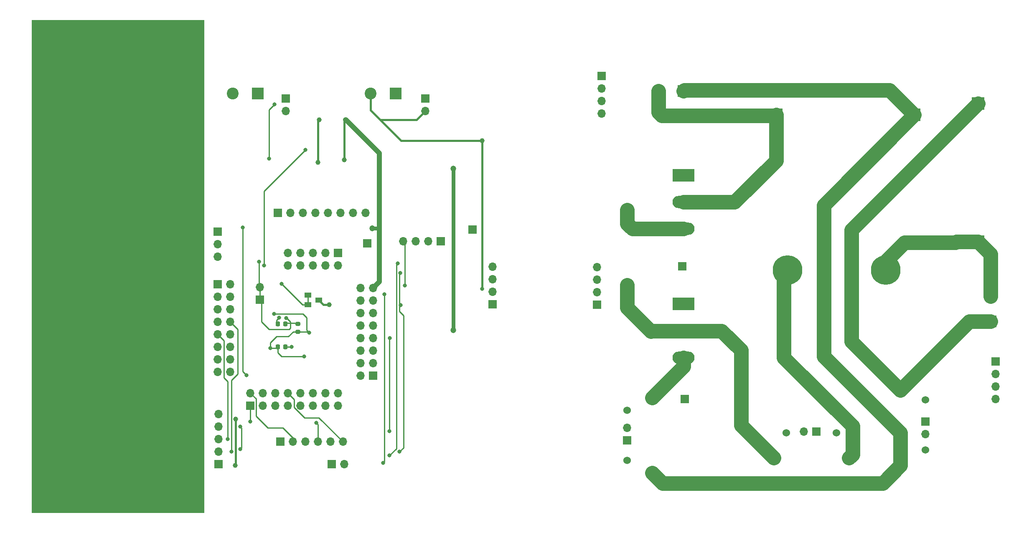
<source format=gbr>
%TF.GenerationSoftware,KiCad,Pcbnew,7.0.9*%
%TF.CreationDate,2023-12-08T00:16:34+01:00*%
%TF.ProjectId,SMPS_V1,534d5053-5f56-4312-9e6b-696361645f70,rev?*%
%TF.SameCoordinates,Original*%
%TF.FileFunction,Copper,L2,Bot*%
%TF.FilePolarity,Positive*%
%FSLAX46Y46*%
G04 Gerber Fmt 4.6, Leading zero omitted, Abs format (unit mm)*
G04 Created by KiCad (PCBNEW 7.0.9) date 2023-12-08 00:16:34*
%MOMM*%
%LPD*%
G01*
G04 APERTURE LIST*
G04 Aperture macros list*
%AMRoundRect*
0 Rectangle with rounded corners*
0 $1 Rounding radius*
0 $2 $3 $4 $5 $6 $7 $8 $9 X,Y pos of 4 corners*
0 Add a 4 corners polygon primitive as box body*
4,1,4,$2,$3,$4,$5,$6,$7,$8,$9,$2,$3,0*
0 Add four circle primitives for the rounded corners*
1,1,$1+$1,$2,$3*
1,1,$1+$1,$4,$5*
1,1,$1+$1,$6,$7*
1,1,$1+$1,$8,$9*
0 Add four rect primitives between the rounded corners*
20,1,$1+$1,$2,$3,$4,$5,0*
20,1,$1+$1,$4,$5,$6,$7,0*
20,1,$1+$1,$6,$7,$8,$9,0*
20,1,$1+$1,$8,$9,$2,$3,0*%
G04 Aperture macros list end*
%TA.AperFunction,ComponentPad*%
%ADD10R,1.700000X1.700000*%
%TD*%
%TA.AperFunction,ComponentPad*%
%ADD11O,1.700000X1.700000*%
%TD*%
%TA.AperFunction,ComponentPad*%
%ADD12R,4.500000X2.500000*%
%TD*%
%TA.AperFunction,ComponentPad*%
%ADD13O,4.500000X2.500000*%
%TD*%
%TA.AperFunction,SMDPad,CuDef*%
%ADD14R,0.460000X0.950000*%
%TD*%
%TA.AperFunction,SMDPad,CuDef*%
%ADD15R,2.420000X5.080000*%
%TD*%
%TA.AperFunction,ComponentPad*%
%ADD16C,0.970000*%
%TD*%
%TA.AperFunction,ComponentPad*%
%ADD17C,2.400000*%
%TD*%
%TA.AperFunction,ComponentPad*%
%ADD18C,1.524000*%
%TD*%
%TA.AperFunction,ComponentPad*%
%ADD19O,2.400000X2.400000*%
%TD*%
%TA.AperFunction,ComponentPad*%
%ADD20R,2.500000X2.500000*%
%TD*%
%TA.AperFunction,ComponentPad*%
%ADD21R,2.400000X2.400000*%
%TD*%
%TA.AperFunction,ComponentPad*%
%ADD22C,6.000000*%
%TD*%
%TA.AperFunction,ComponentPad*%
%ADD23C,2.800000*%
%TD*%
%TA.AperFunction,ComponentPad*%
%ADD24O,2.800000X2.800000*%
%TD*%
%TA.AperFunction,SMDPad,CuDef*%
%ADD25RoundRect,0.225000X-0.225000X-0.250000X0.225000X-0.250000X0.225000X0.250000X-0.225000X0.250000X0*%
%TD*%
%TA.AperFunction,SMDPad,CuDef*%
%ADD26R,1.400000X1.000000*%
%TD*%
%TA.AperFunction,SMDPad,CuDef*%
%ADD27RoundRect,0.200000X0.275000X-0.200000X0.275000X0.200000X-0.275000X0.200000X-0.275000X-0.200000X0*%
%TD*%
%TA.AperFunction,ViaPad*%
%ADD28C,0.800000*%
%TD*%
%TA.AperFunction,ViaPad*%
%ADD29C,1.200000*%
%TD*%
%TA.AperFunction,ViaPad*%
%ADD30C,1.000000*%
%TD*%
%TA.AperFunction,Conductor*%
%ADD31C,0.250000*%
%TD*%
%TA.AperFunction,Conductor*%
%ADD32C,3.000000*%
%TD*%
%TA.AperFunction,Conductor*%
%ADD33C,0.750000*%
%TD*%
%TA.AperFunction,Conductor*%
%ADD34C,0.400000*%
%TD*%
%TA.AperFunction,Conductor*%
%ADD35C,1.000000*%
%TD*%
G04 APERTURE END LIST*
D10*
%TO.P,J25,1,Pin_1*%
%TO.N,Net-(J18-Pin_1)*%
X163364200Y-92670800D03*
D11*
%TO.P,J25,2,Pin_2*%
%TO.N,Net-(J24-Pin_2)*%
X163364200Y-90130800D03*
%TO.P,J25,3,Pin_3*%
%TO.N,Net-(J17-Pin_1)*%
X163364200Y-87590800D03*
%TO.P,J25,4,Pin_4*%
%TO.N,Net-(J24-Pin_4)*%
X163364200Y-85050800D03*
%TD*%
D10*
%TO.P,J24,1,Pin_1*%
%TO.N,Net-(J18-Pin_1)*%
X184554000Y-92731600D03*
D11*
%TO.P,J24,2,Pin_2*%
%TO.N,Net-(J24-Pin_2)*%
X184554000Y-90191600D03*
%TO.P,J24,3,Pin_3*%
%TO.N,Net-(J17-Pin_1)*%
X184554000Y-87651600D03*
%TO.P,J24,4,Pin_4*%
%TO.N,Net-(J24-Pin_4)*%
X184554000Y-85111600D03*
%TD*%
D12*
%TO.P,Q4,1,G*%
%TO.N,Net-(Q4-G)*%
X202080000Y-92630000D03*
D13*
%TO.P,Q4,2,D*%
%TO.N,Net-(Q4-D)*%
X202080000Y-98080000D03*
%TO.P,Q4,3,S*%
%TO.N,Net-(J18-Pin_1)*%
X202080000Y-103530000D03*
%TD*%
D12*
%TO.P,Q3,1,G*%
%TO.N,Net-(Q3-G)*%
X202080000Y-66490000D03*
D13*
%TO.P,Q3,2,D*%
%TO.N,V400_IN*%
X202080000Y-71940000D03*
%TO.P,Q3,3,S*%
%TO.N,Net-(J17-Pin_1)*%
X202080000Y-77390000D03*
%TD*%
D10*
%TO.P,J12,1,Pin_1*%
%TO.N,Net-(J12-Pin_1)*%
X152900000Y-79900000D03*
D11*
%TO.P,J12,2,Pin_2*%
%TO.N,Net-(J12-Pin_2)*%
X150360000Y-79900000D03*
%TO.P,J12,3,Pin_3*%
%TO.N,Net-(J12-Pin_3)*%
X147820000Y-79900000D03*
%TO.P,J12,4,Pin_4*%
%TO.N,Net-(J12-Pin_4)*%
X145280000Y-79900000D03*
%TD*%
D14*
%TO.P,J32,2,Ext*%
%TO.N,/GND_S*%
X91630000Y-128940000D03*
D15*
X91630000Y-131930000D03*
D16*
X91630000Y-128490000D03*
D15*
X82870000Y-131930000D03*
D14*
X82870000Y-128940000D03*
D16*
X82870000Y-128490000D03*
%TD*%
D14*
%TO.P,J31,2,Ext*%
%TO.N,/GND_S*%
X82917000Y-92050000D03*
D15*
X82917000Y-89060000D03*
D16*
X82917000Y-92500000D03*
D15*
X91677000Y-89060000D03*
D14*
X91677000Y-92050000D03*
D16*
X91677000Y-92500000D03*
%TD*%
D14*
%TO.P,J30,2,Ext*%
%TO.N,/GND_S*%
X91677000Y-77930000D03*
D15*
X91677000Y-80920000D03*
D16*
X91677000Y-77480000D03*
D15*
X82917000Y-80920000D03*
D14*
X82917000Y-77930000D03*
D16*
X82917000Y-77480000D03*
%TD*%
D14*
%TO.P,J29,2,Ext*%
%TO.N,/GND_S*%
X82870000Y-41060000D03*
D15*
X82870000Y-38070000D03*
D16*
X82870000Y-41510000D03*
D15*
X91630000Y-38070000D03*
D14*
X91630000Y-41060000D03*
D16*
X91630000Y-41510000D03*
%TD*%
D10*
%TO.P,J18,1,Pin_1*%
%TO.N,Net-(J18-Pin_1)*%
X202334000Y-111934000D03*
%TD*%
D17*
%TO.P,R15,1,1*%
%TO.N,GND_P*%
X195758500Y-126920000D03*
D18*
%TO.P,R15,2,2*%
%TO.N,Net-(J19-Pin_1)*%
X190678500Y-124380000D03*
%TO.P,R15,3,3*%
%TO.N,Net-(J19-Pin_2)*%
X190678500Y-114220000D03*
D19*
%TO.P,R15,4,4*%
%TO.N,Net-(J18-Pin_1)*%
X195758500Y-111680000D03*
%TD*%
D10*
%TO.P,J26,1,Pin_1*%
%TO.N,GND_D*%
X121511200Y-50923200D03*
D11*
%TO.P,J26,2,Pin_2*%
%TO.N,VCC5_IN*%
X121511200Y-53463200D03*
%TD*%
D20*
%TO.P,C13,2*%
%TO.N,Out_G*%
X261800000Y-51990000D03*
%TO.P,C13,1*%
%TO.N,Out*%
X261800000Y-79990000D03*
%TD*%
D10*
%TO.P,J5,1,Pin_1*%
%TO.N,GND_A*%
X116250000Y-91770000D03*
D11*
%TO.P,J5,2,Pin_2*%
X116250000Y-89230000D03*
%TD*%
D10*
%TO.P,J19,1,Pin_1*%
%TO.N,Net-(J19-Pin_1)*%
X190650000Y-120316000D03*
D11*
%TO.P,J19,2,Pin_2*%
%TO.N,Net-(J19-Pin_2)*%
X190650000Y-117776000D03*
%TD*%
D10*
%TO.P,J4,1,Pin_1*%
%TO.N,Net-(J4-Pin_1)*%
X119874000Y-74101000D03*
D11*
%TO.P,J4,2,Pin_2*%
%TO.N,Net-(J4-Pin_2)*%
X122414000Y-74101000D03*
%TO.P,J4,3,Pin_3*%
%TO.N,Net-(J4-Pin_3)*%
X124954000Y-74101000D03*
%TO.P,J4,4,Pin_4*%
%TO.N,Net-(J4-Pin_4)*%
X127494000Y-74101000D03*
%TO.P,J4,5,Pin_5*%
%TO.N,Net-(J4-Pin_5)*%
X130034000Y-74101000D03*
%TO.P,J4,6,Pin_6*%
%TO.N,Net-(J4-Pin_6)*%
X132574000Y-74101000D03*
%TO.P,J4,7,Pin_7*%
%TO.N,Net-(J4-Pin_7)*%
X135114000Y-74101000D03*
%TO.P,J4,8,Pin_8*%
%TO.N,Net-(J4-Pin_8)*%
X137654000Y-74101000D03*
%TD*%
D21*
%TO.P,J16,1,1*%
%TO.N,GND_P*%
X202080000Y-49450000D03*
D17*
%TO.P,J16,2,2*%
%TO.N,V400_IN*%
X197000000Y-49450000D03*
%TD*%
D10*
%TO.P,J1,1,Pin_1*%
%TO.N,/PB10*%
X107682000Y-77911000D03*
D11*
%TO.P,J1,2,Pin_2*%
%TO.N,GND_D*%
X107682000Y-80451000D03*
%TO.P,J1,3,Pin_3*%
X107682000Y-82991000D03*
%TD*%
D10*
%TO.P,J2,1,Pin_1*%
%TO.N,/PB11*%
X107682000Y-88579000D03*
D11*
%TO.P,J2,2,Pin_2*%
%TO.N,/PB12*%
X110222000Y-88579000D03*
%TO.P,J2,3,Pin_3*%
%TO.N,/PB13*%
X107682000Y-91119000D03*
%TO.P,J2,4,Pin_4*%
%TO.N,/PB14*%
X110222000Y-91119000D03*
%TO.P,J2,5,Pin_5*%
%TO.N,/PB15*%
X107682000Y-93659000D03*
%TO.P,J2,6,Pin_6*%
%TO.N,/PC6*%
X110222000Y-93659000D03*
%TO.P,J2,7,Pin_7*%
%TO.N,/PC7*%
X107682000Y-96199000D03*
%TO.P,J2,8,Pin_8*%
%TO.N,/PC8*%
X110222000Y-96199000D03*
%TO.P,J2,9,Pin_9*%
%TO.N,/PC9*%
X107682000Y-98739000D03*
%TO.P,J2,10,Pin_10*%
%TO.N,/PA8*%
X110222000Y-98739000D03*
%TO.P,J2,11,Pin_11*%
%TO.N,/PA9*%
X107682000Y-101279000D03*
%TO.P,J2,12,Pin_12*%
%TO.N,/PA10*%
X110222000Y-101279000D03*
%TO.P,J2,13,Pin_13*%
%TO.N,/PA11*%
X107682000Y-103819000D03*
%TO.P,J2,14,Pin_14*%
%TO.N,/PA12*%
X110222000Y-103819000D03*
%TO.P,J2,15,Pin_15*%
%TO.N,GND_D*%
X107682000Y-106359000D03*
%TO.P,J2,16,Pin_16*%
X110222000Y-106359000D03*
%TD*%
D22*
%TO.P,L1,1,1*%
%TO.N,Net-(L1-Pad1)*%
X223118000Y-85772000D03*
%TO.P,L1,2,2*%
%TO.N,Out*%
X243018000Y-85772000D03*
%TD*%
D10*
%TO.P,J14,1,Pin_1*%
%TO.N,Net-(D1-K)*%
X159320200Y-77542400D03*
%TD*%
%TO.P,J8,1,Pin_1*%
%TO.N,VCC3_D*%
X120382000Y-120570000D03*
D11*
%TO.P,J8,2,Pin_2*%
%TO.N,SWCLK*%
X122922000Y-120570000D03*
%TO.P,J8,3,Pin_3*%
%TO.N,GND_D*%
X125462000Y-120570000D03*
%TO.P,J8,4,Pin_4*%
%TO.N,SWDIO*%
X128002000Y-120570000D03*
%TO.P,J8,5,Pin_5*%
%TO.N,NRST*%
X130542000Y-120570000D03*
%TO.P,J8,6,Pin_6*%
%TO.N,SWO*%
X133082000Y-120570000D03*
%TD*%
D10*
%TO.P,J10,1,Pin_1*%
%TO.N,GND_D*%
X107800000Y-125130000D03*
D11*
%TO.P,J10,2,Pin_2*%
%TO.N,/PC8*%
X107800000Y-122590000D03*
%TO.P,J10,3,Pin_3*%
%TO.N,/PC9*%
X107800000Y-120050000D03*
%TO.P,J10,4,Pin_4*%
%TO.N,VCC3_D*%
X107800000Y-117510000D03*
%TO.P,J10,5,Pin_5*%
%TO.N,VCC5_D*%
X107800000Y-114970000D03*
%TD*%
D17*
%TO.P,R16,1,1*%
%TO.N,Net-(Q4-D)*%
X220368000Y-123872000D03*
D18*
%TO.P,R16,2,2*%
%TO.N,Net-(J20-Pin_2)*%
X222908000Y-118792000D03*
%TO.P,R16,3,3*%
%TO.N,Net-(J20-Pin_1)*%
X233068000Y-118792000D03*
D19*
%TO.P,R16,4,4*%
%TO.N,Net-(L1-Pad1)*%
X235608000Y-123872000D03*
%TD*%
D10*
%TO.P,J13,1,Pin_1*%
%TO.N,Net-(J13-Pin_1)*%
X139178000Y-107121000D03*
D11*
%TO.P,J13,2,Pin_2*%
%TO.N,/PC13*%
X136638000Y-107121000D03*
%TO.P,J13,3,Pin_3*%
%TO.N,/PC14*%
X139178000Y-104581000D03*
%TO.P,J13,4,Pin_4*%
%TO.N,/PC15*%
X136638000Y-104581000D03*
%TO.P,J13,5,Pin_5*%
%TO.N,/PF0*%
X139178000Y-102041000D03*
%TO.P,J13,6,Pin_6*%
%TO.N,/PF1*%
X136638000Y-102041000D03*
%TO.P,J13,7,Pin_7*%
%TO.N,NRST*%
X139178000Y-99501000D03*
%TO.P,J13,8,Pin_8*%
%TO.N,/PC0*%
X136638000Y-99501000D03*
%TO.P,J13,9,Pin_9*%
%TO.N,/PC1*%
X139178000Y-96961000D03*
%TO.P,J13,10,Pin_10*%
%TO.N,/PC2*%
X136638000Y-96961000D03*
%TO.P,J13,11,Pin_11*%
%TO.N,/PC3*%
X139178000Y-94421000D03*
%TO.P,J13,12,Pin_12*%
%TO.N,/PA0*%
X136638000Y-94421000D03*
%TO.P,J13,13,Pin_13*%
%TO.N,/PA1*%
X139178000Y-91881000D03*
%TO.P,J13,14,Pin_14*%
%TO.N,STLINK_RX*%
X136638000Y-91881000D03*
%TO.P,J13,15,Pin_15*%
%TO.N,GND_D*%
X139178000Y-89341000D03*
%TO.P,J13,16,Pin_16*%
X136638000Y-89341000D03*
%TD*%
D21*
%TO.P,J11,1,1*%
%TO.N,GND_D*%
X143750000Y-49912500D03*
D17*
%TO.P,J11,2,2*%
%TO.N,VCC12_IN*%
X138670000Y-49912500D03*
%TD*%
D10*
%TO.P,J28,1,Pin_1*%
%TO.N,Net-(J28-Pin_1)*%
X137986792Y-80331208D03*
%TD*%
%TO.P,J22,1,Pin_1*%
%TO.N,Out_G*%
X265326000Y-104314000D03*
D11*
%TO.P,J22,2,Pin_2*%
%TO.N,Net-(J22-Pin_2)*%
X265326000Y-106854000D03*
%TO.P,J22,3,Pin_3*%
%TO.N,Net-(J22-Pin_3)*%
X265326000Y-109394000D03*
%TO.P,J22,4,Pin_4*%
%TO.N,Net-(J22-Pin_4)*%
X265326000Y-111934000D03*
%TD*%
D10*
%TO.P,J9,1,Pin_1*%
%TO.N,STLINK_TX*%
X130796000Y-125142000D03*
D11*
%TO.P,J9,2,Pin_2*%
%TO.N,STLINK_RX*%
X133336000Y-125142000D03*
%TD*%
D10*
%TO.P,J6,1,Pin_1*%
%TO.N,STLINK_TX*%
X132066000Y-82229000D03*
D11*
%TO.P,J6,2,Pin_2*%
%TO.N,/PA4*%
X132066000Y-84769000D03*
%TO.P,J6,3,Pin_3*%
%TO.N,/PA5*%
X129526000Y-82229000D03*
%TO.P,J6,4,Pin_4*%
%TO.N,/PA6*%
X129526000Y-84769000D03*
%TO.P,J6,5,Pin_5*%
%TO.N,/PA7*%
X126986000Y-82229000D03*
%TO.P,J6,6,Pin_6*%
%TO.N,/PC4*%
X126986000Y-84769000D03*
%TO.P,J6,7,Pin_7*%
%TO.N,/PC5*%
X124446000Y-82229000D03*
%TO.P,J6,8,Pin_8*%
%TO.N,/PB0*%
X124446000Y-84769000D03*
%TO.P,J6,9,Pin_9*%
%TO.N,/PB1*%
X121906000Y-82229000D03*
%TO.P,J6,10,Pin_10*%
%TO.N,/PB2*%
X121906000Y-84769000D03*
%TD*%
D21*
%TO.P,J3,1,1*%
%TO.N,GND_D*%
X115810000Y-49895000D03*
D17*
%TO.P,J3,2,2*%
%TO.N,VCC5_IN*%
X110730000Y-49895000D03*
%TD*%
D10*
%TO.P,J7,1,Pin_1*%
%TO.N,SWDIO*%
X114286000Y-113217000D03*
D11*
%TO.P,J7,2,Pin_2*%
%TO.N,SWCLK*%
X114286000Y-110677000D03*
%TO.P,J7,3,Pin_3*%
%TO.N,/PA15*%
X116826000Y-113217000D03*
%TO.P,J7,4,Pin_4*%
%TO.N,/PC10*%
X116826000Y-110677000D03*
%TO.P,J7,5,Pin_5*%
%TO.N,/PC11*%
X119366000Y-113217000D03*
%TO.P,J7,6,Pin_6*%
%TO.N,/PC12*%
X119366000Y-110677000D03*
%TO.P,J7,7,Pin_7*%
%TO.N,/PD2*%
X121906000Y-113217000D03*
%TO.P,J7,8,Pin_8*%
%TO.N,SWO*%
X121906000Y-110677000D03*
%TO.P,J7,9,Pin_9*%
%TO.N,/PB4*%
X124446000Y-113217000D03*
%TO.P,J7,10,Pin_10*%
%TO.N,/PB5*%
X124446000Y-110677000D03*
%TO.P,J7,11,Pin_11*%
%TO.N,/PB6*%
X126986000Y-113217000D03*
%TO.P,J7,12,Pin_12*%
%TO.N,/PB7*%
X126986000Y-110677000D03*
%TO.P,J7,13,Pin_13*%
%TO.N,/PB8*%
X129526000Y-113217000D03*
%TO.P,J7,14,Pin_14*%
%TO.N,/PB9*%
X129526000Y-110677000D03*
%TO.P,J7,15,Pin_15*%
%TO.N,GND_D*%
X132066000Y-113217000D03*
%TO.P,J7,16,Pin_16*%
X132066000Y-110677000D03*
%TD*%
D20*
%TO.P,C12,1*%
%TO.N,V400_IN*%
X220846000Y-54276000D03*
%TO.P,C12,2*%
%TO.N,GND_P*%
X248846000Y-54276000D03*
%TD*%
D10*
%TO.P,J27,1,Pin_1*%
%TO.N,GND_D*%
X149756000Y-50923200D03*
D11*
%TO.P,J27,2,Pin_2*%
%TO.N,VCC12_IN*%
X149756000Y-53463200D03*
%TD*%
%TO.P,J15,4,Pin_4*%
%TO.N,Net-(J15-Pin_4)*%
X185500000Y-54000000D03*
%TO.P,J15,3,Pin_3*%
%TO.N,Net-(J15-Pin_3)*%
X185500000Y-51460000D03*
%TO.P,J15,2,Pin_2*%
%TO.N,Net-(J15-Pin_2)*%
X185500000Y-48920000D03*
D10*
%TO.P,J15,1,Pin_1*%
%TO.N,GND_P*%
X185500000Y-46380000D03*
%TD*%
%TO.P,J17,1,Pin_1*%
%TO.N,Net-(J17-Pin_1)*%
X201826000Y-85010000D03*
%TD*%
D17*
%TO.P,J23,2,2*%
%TO.N,Out*%
X264264500Y-91106000D03*
D21*
%TO.P,J23,1,1*%
%TO.N,Out_G*%
X264264500Y-96186000D03*
%TD*%
D10*
%TO.P,J21,1,Pin_1*%
%TO.N,Net-(J21-Pin_1)*%
X251102000Y-116500000D03*
D11*
%TO.P,J21,2,Pin_2*%
%TO.N,Net-(J21-Pin_2)*%
X251102000Y-119040000D03*
%TD*%
D23*
%TO.P,R13,1*%
%TO.N,Net-(Q4-D)*%
X190650000Y-88820000D03*
D24*
%TO.P,R13,2*%
%TO.N,Net-(J17-Pin_1)*%
X190650000Y-73580000D03*
%TD*%
D17*
%TO.P,R19,1,1*%
%TO.N,Out_G*%
X246022000Y-109500000D03*
D18*
%TO.P,R19,2,2*%
%TO.N,Net-(J21-Pin_1)*%
X251102000Y-112040000D03*
%TO.P,R19,3,3*%
%TO.N,Net-(J21-Pin_2)*%
X251102000Y-122200000D03*
D19*
%TO.P,R19,4,4*%
%TO.N,GND_P*%
X246022000Y-124740000D03*
%TD*%
D10*
%TO.P,J20,1,Pin_1*%
%TO.N,Net-(J20-Pin_1)*%
X229004000Y-118538000D03*
D11*
%TO.P,J20,2,Pin_2*%
%TO.N,Net-(J20-Pin_2)*%
X226464000Y-118538000D03*
%TD*%
D25*
%TO.P,C14,1*%
%TO.N,GND_D*%
X119874000Y-101279000D03*
%TO.P,C14,2*%
%TO.N,VDD3_D*%
X121424000Y-101279000D03*
%TD*%
D26*
%TO.P,D2,1*%
%TO.N,VDD3_A*%
X125970000Y-92752000D03*
%TO.P,D2,2*%
X125970000Y-90852000D03*
%TO.P,D2,3*%
%TO.N,VDD3_D*%
X128170000Y-91802000D03*
%TD*%
D25*
%TO.P,C15,1*%
%TO.N,VDD3_A*%
X119861000Y-96694000D03*
%TO.P,C15,2*%
%TO.N,GND_A*%
X121411000Y-96694000D03*
%TD*%
D27*
%TO.P,R23,1*%
%TO.N,GND_D*%
X123938000Y-98281000D03*
%TO.P,R23,2*%
%TO.N,GND_A*%
X123938000Y-96631000D03*
%TD*%
D28*
%TO.N,/GND_S*%
X97000000Y-82000000D03*
X77250000Y-37750000D03*
X71750000Y-37750000D03*
X71750000Y-41750000D03*
X71750000Y-47000000D03*
X71750000Y-53250000D03*
X71750000Y-61500000D03*
X71750000Y-69500000D03*
X71750000Y-77500000D03*
X71750000Y-82250000D03*
X77000000Y-82269500D03*
X71500000Y-89500000D03*
X71500000Y-94250000D03*
X71500000Y-99000000D03*
X71500000Y-105250000D03*
X71500000Y-110500000D03*
X71500000Y-116250000D03*
X71500000Y-121250000D03*
X71500000Y-127250000D03*
X71500000Y-133250000D03*
X79750000Y-133279500D03*
X94250000Y-132750000D03*
X103750000Y-132750000D03*
X103750000Y-127250000D03*
X103750000Y-122250000D03*
X103750000Y-116000000D03*
X103750000Y-110750000D03*
X103750000Y-104750000D03*
X103750000Y-98000000D03*
X103750000Y-93250000D03*
X103750000Y-88000000D03*
X103750000Y-82000000D03*
X103750000Y-73000000D03*
X103750000Y-68000000D03*
X103750000Y-60500000D03*
X103750000Y-52500000D03*
X103750000Y-45500000D03*
X103500000Y-38000000D03*
%TO.N,Net-(J12-Pin_4)*%
X145600000Y-88900000D03*
D29*
%TO.N,VCC5_IN*%
X155434000Y-97964000D03*
X155390000Y-65140000D03*
D28*
%TO.N,GND_A*%
X121579099Y-95437000D03*
X116064000Y-84007000D03*
%TO.N,VCC5_D*%
X113524000Y-107108000D03*
X112762000Y-77136000D03*
%TO.N,VDD3_D*%
X122668000Y-101279000D03*
D30*
X130275000Y-92740000D03*
%TO.N,VCC12_IN*%
X161268400Y-59457600D03*
D28*
X161276000Y-89582000D03*
%TO.N,VCC3_D*%
X144766000Y-92884000D03*
X112201000Y-117497677D03*
X144512000Y-122601990D03*
X144645942Y-86306502D03*
X112254012Y-122094000D03*
%TO.N,VDD3_A*%
X120636000Y-88566000D03*
X117080000Y-84790000D03*
X120128000Y-95424000D03*
X125462000Y-61388000D03*
D29*
%TO.N,GND_D*%
X138990000Y-77288400D03*
D30*
X111351000Y-115998000D03*
D28*
X118107600Y-63115200D03*
D30*
X133590000Y-55292000D03*
X128002000Y-63928000D03*
X111238000Y-125396000D03*
D28*
X119112000Y-94662000D03*
D30*
X133336000Y-63420000D03*
D28*
X118350000Y-101533000D03*
X119174400Y-52142400D03*
X125208000Y-103298000D03*
X126224000Y-98472000D03*
D30*
X128256000Y-55292000D03*
D28*
%TO.N,SWDIO*%
X114280012Y-116506000D03*
X127640000Y-116740000D03*
%TO.N,STLINK_TX*%
X142480000Y-123364000D03*
X144163000Y-84359670D03*
%TO.N,STLINK_RX*%
X141210000Y-124888000D03*
X141429048Y-90615476D03*
%TO.N,NRST*%
X142480000Y-118420000D03*
X142590000Y-99501000D03*
%TO.N,/PC8*%
X110476000Y-122602000D03*
%TO.N,/PC9*%
X109714000Y-120062000D03*
%TD*%
D31*
%TO.N,/GND_S*%
X77000000Y-82250000D02*
X77000000Y-82269500D01*
X79750000Y-133000000D02*
X79750000Y-133279500D01*
%TO.N,Net-(J12-Pin_4)*%
X145600000Y-88900000D02*
X145600000Y-80220000D01*
X145600000Y-80220000D02*
X145280000Y-79900000D01*
D32*
%TO.N,Out*%
X257392000Y-79990000D02*
X261770000Y-79990000D01*
X243018000Y-83994000D02*
X246828000Y-80184000D01*
X257198000Y-80184000D02*
X257392000Y-79990000D01*
X264264500Y-91106000D02*
X264264500Y-82484500D01*
X246828000Y-80184000D02*
X257198000Y-80184000D01*
X243018000Y-85772000D02*
X243018000Y-83994000D01*
X264264500Y-82484500D02*
X261770000Y-79990000D01*
%TO.N,Out_G*%
X246022000Y-110156000D02*
X236116000Y-100250000D01*
X236116000Y-100250000D02*
X236116000Y-77644000D01*
X246022000Y-110156000D02*
X259992000Y-96186000D01*
X236116000Y-77644000D02*
X261770000Y-51990000D01*
X259992000Y-96186000D02*
X264264500Y-96186000D01*
%TO.N,V400_IN*%
X220672000Y-54450000D02*
X220846000Y-54276000D01*
X212420000Y-71940000D02*
X205330000Y-71940000D01*
X220846000Y-63514000D02*
X212420000Y-71940000D01*
X220846000Y-54276000D02*
X220846000Y-63514000D01*
X197680000Y-54450000D02*
X220672000Y-54450000D01*
X205330000Y-71940000D02*
X202080000Y-71940000D01*
X197000000Y-53770000D02*
X197680000Y-54450000D01*
X197000000Y-49450000D02*
X197000000Y-53770000D01*
%TO.N,GND_P*%
X243846000Y-49276000D02*
X202254000Y-49276000D01*
X195730000Y-126920000D02*
X197810000Y-129000000D01*
X230528000Y-72594000D02*
X248846000Y-54276000D01*
X202254000Y-49276000D02*
X202080000Y-49450000D01*
X197810000Y-129000000D02*
X242418000Y-129000000D01*
X246022000Y-125396000D02*
X246022000Y-118792000D01*
X230528000Y-103298000D02*
X230528000Y-72594000D01*
X248846000Y-54276000D02*
X243846000Y-49276000D01*
X246022000Y-118792000D02*
X230528000Y-103298000D01*
X242418000Y-129000000D02*
X246022000Y-125396000D01*
D33*
%TO.N,VCC5_IN*%
X155434000Y-97964000D02*
X155434000Y-65184000D01*
X155434000Y-65184000D02*
X155390000Y-65140000D01*
D31*
%TO.N,GND_A*%
X121652000Y-96453000D02*
X121411000Y-96694000D01*
X121652000Y-96453000D02*
X122414000Y-96453000D01*
X122414000Y-97469000D02*
X122160000Y-97723000D01*
X116250000Y-91770000D02*
X116250000Y-89230000D01*
X116572000Y-96199000D02*
X116572000Y-92092000D01*
X121652000Y-95437000D02*
X121579099Y-95437000D01*
X116064000Y-84007000D02*
X116064000Y-89044000D01*
X116064000Y-89044000D02*
X116250000Y-89230000D01*
X122414000Y-96199000D02*
X122414000Y-96453000D01*
X122160000Y-97723000D02*
X118096000Y-97723000D01*
X123430000Y-96453000D02*
X121652000Y-96453000D01*
X118096000Y-97723000D02*
X116572000Y-96199000D01*
X122414000Y-96199000D02*
X122414000Y-97469000D01*
X116572000Y-92092000D02*
X116250000Y-91770000D01*
X122414000Y-96199000D02*
X121652000Y-95437000D01*
%TO.N,VCC5_D*%
X112762000Y-106346000D02*
X112762000Y-77136000D01*
X113524000Y-107108000D02*
X112762000Y-106346000D01*
D34*
%TO.N,VDD3_D*%
X130275000Y-92740000D02*
X129108000Y-92740000D01*
D31*
X121424000Y-101279000D02*
X122668000Y-101279000D01*
D34*
X129108000Y-92740000D02*
X128170000Y-91802000D01*
%TO.N,VCC12_IN*%
X138670000Y-49912500D02*
X138670000Y-53300000D01*
X144853000Y-59483000D02*
X161276000Y-59483000D01*
X147949200Y-55270000D02*
X140810000Y-55270000D01*
X140810000Y-55270000D02*
X140725000Y-55355000D01*
X138670000Y-53300000D02*
X140725000Y-55355000D01*
X161276000Y-59483000D02*
X161276000Y-89582000D01*
X149756000Y-53463200D02*
X147949200Y-55270000D01*
X140725000Y-55355000D02*
X144853000Y-59483000D01*
D32*
%TO.N,Net-(L1-Pad1)*%
X223118000Y-85772000D02*
X222400000Y-86490000D01*
X236330000Y-117440835D02*
X236330000Y-123150000D01*
X222400000Y-103510835D02*
X236330000Y-117440835D01*
X236330000Y-123150000D02*
X235608000Y-123872000D01*
X222400000Y-86490000D02*
X222400000Y-103510835D01*
D31*
%TO.N,VCC3_D*%
X144512000Y-94154000D02*
X144512000Y-93138000D01*
X112508000Y-121840012D02*
X112508000Y-117804677D01*
X145305000Y-121808990D02*
X144512000Y-122601990D01*
X144512000Y-94154000D02*
X144512000Y-86440444D01*
X112254012Y-122094000D02*
X112508000Y-121840012D01*
X144512000Y-93138000D02*
X144766000Y-92884000D01*
X144512000Y-94154000D02*
X145305000Y-94947000D01*
X145305000Y-94947000D02*
X145305000Y-121808990D01*
X112508000Y-117804677D02*
X112201000Y-117497677D01*
X144512000Y-86440444D02*
X144645942Y-86306502D01*
%TO.N,VDD3_A*%
X125970000Y-92752000D02*
X124822000Y-92752000D01*
X125462000Y-61388000D02*
X117080000Y-69770000D01*
X119620000Y-96453000D02*
X119620000Y-95932000D01*
X119861000Y-96694000D02*
X119620000Y-96453000D01*
X119620000Y-95932000D02*
X120128000Y-95424000D01*
X117080000Y-69770000D02*
X117080000Y-84790000D01*
X125970000Y-90852000D02*
X125970000Y-92752000D01*
X124822000Y-92752000D02*
X120636000Y-88566000D01*
%TO.N,GND_D*%
X119620000Y-99234000D02*
X118350000Y-100504000D01*
X125716000Y-97964000D02*
X126224000Y-98472000D01*
X118350000Y-100504000D02*
X118350000Y-101533000D01*
D34*
X111238000Y-125396000D02*
X111351000Y-125283000D01*
D31*
X123938000Y-98281000D02*
X126033000Y-98281000D01*
X118107600Y-63115200D02*
X118107600Y-53209200D01*
X118350000Y-101533000D02*
X119620000Y-101533000D01*
X118107600Y-53209200D02*
X119174400Y-52142400D01*
D35*
X140394516Y-62034516D02*
X140394516Y-77288400D01*
D31*
X123938000Y-98281000D02*
X122985000Y-98281000D01*
X119112000Y-94662000D02*
X124954000Y-94662000D01*
X120636000Y-103298000D02*
X119874000Y-102536000D01*
D35*
X133652000Y-55292000D02*
X140394516Y-62034516D01*
X140394516Y-88124484D02*
X139178000Y-89341000D01*
D31*
X125208000Y-103298000D02*
X120636000Y-103298000D01*
D34*
X133336000Y-63420000D02*
X133336000Y-55546000D01*
X133336000Y-55546000D02*
X133590000Y-55292000D01*
D31*
X124954000Y-94662000D02*
X125716000Y-95424000D01*
X126033000Y-98281000D02*
X126224000Y-98472000D01*
D33*
X140394516Y-77288400D02*
X138990000Y-77288400D01*
D31*
X119874000Y-102536000D02*
X119874000Y-101279000D01*
X122985000Y-98281000D02*
X122960000Y-98256000D01*
X122960000Y-98256000D02*
X121982000Y-99234000D01*
D34*
X128002000Y-63928000D02*
X128002000Y-55546000D01*
D31*
X119620000Y-101533000D02*
X119874000Y-101279000D01*
X125716000Y-95424000D02*
X125716000Y-97964000D01*
D34*
X128002000Y-55546000D02*
X128256000Y-55292000D01*
D31*
X121982000Y-99234000D02*
X119620000Y-99234000D01*
D35*
X133590000Y-55292000D02*
X133652000Y-55292000D01*
X140394516Y-77288400D02*
X140394516Y-88124484D01*
D34*
X111351000Y-125283000D02*
X111351000Y-115998000D01*
D31*
%TO.N,SWO*%
X121652000Y-110423000D02*
X123176000Y-111947000D01*
X123176000Y-113608701D02*
X125242299Y-115675000D01*
X125242299Y-115675000D02*
X128187000Y-115675000D01*
X128187000Y-115675000D02*
X133082000Y-120570000D01*
X123176000Y-111947000D02*
X123176000Y-113608701D01*
%TO.N,SWCLK*%
X122922000Y-119808000D02*
X122922000Y-120570000D01*
X115422500Y-111813500D02*
X115461000Y-111852000D01*
X117842000Y-117776000D02*
X120890000Y-117776000D01*
X115461000Y-115395000D02*
X117842000Y-117776000D01*
X115461000Y-111852000D02*
X115461000Y-115395000D01*
X120890000Y-117776000D02*
X122922000Y-119808000D01*
X114286000Y-110677000D02*
X115422500Y-111813500D01*
%TO.N,SWDIO*%
X114286000Y-116500012D02*
X114280012Y-116506000D01*
X114286000Y-113217000D02*
X114286000Y-116500012D01*
X128002000Y-120570000D02*
X128002000Y-117102000D01*
X128002000Y-117102000D02*
X127640000Y-116740000D01*
%TO.N,STLINK_TX*%
X143888000Y-84634670D02*
X144163000Y-84359670D01*
X143888000Y-121956000D02*
X143888000Y-84634670D01*
X142480000Y-123364000D02*
X143888000Y-121956000D01*
%TO.N,STLINK_RX*%
X141429048Y-90615476D02*
X141464000Y-90650428D01*
X141464000Y-124634000D02*
X141210000Y-124888000D01*
X141464000Y-90650428D02*
X141464000Y-124634000D01*
%TO.N,NRST*%
X142480000Y-99611000D02*
X142480000Y-118420000D01*
X142590000Y-99501000D02*
X142480000Y-99611000D01*
%TO.N,/PC8*%
X110476000Y-108124000D02*
X111746000Y-106854000D01*
X111746000Y-97723000D02*
X110222000Y-96199000D01*
X111746000Y-106854000D02*
X111746000Y-97723000D01*
X110476000Y-122602000D02*
X110476000Y-108124000D01*
%TO.N,/PC9*%
X109714000Y-108378000D02*
X108952000Y-107616000D01*
X108952000Y-100009000D02*
X107682000Y-98739000D01*
X108952000Y-107616000D02*
X108952000Y-100009000D01*
X109714000Y-120062000D02*
X109714000Y-108378000D01*
D32*
%TO.N,Net-(J18-Pin_1)*%
X202080000Y-105330000D02*
X195730000Y-111680000D01*
X202080000Y-103530000D02*
X202080000Y-105330000D01*
%TO.N,Net-(J17-Pin_1)*%
X191740000Y-77390000D02*
X190650000Y-76300000D01*
X190650000Y-76300000D02*
X190650000Y-73580000D01*
X198830000Y-77390000D02*
X191740000Y-77390000D01*
X202080000Y-77390000D02*
X198830000Y-77390000D01*
%TO.N,Net-(Q4-D)*%
X209816000Y-98080000D02*
X213764000Y-102028000D01*
X190650000Y-93392000D02*
X195476000Y-98218000D01*
X202080000Y-98080000D02*
X209816000Y-98080000D01*
X195476000Y-98218000D02*
X195614000Y-98080000D01*
X213764000Y-117268000D02*
X220368000Y-123872000D01*
X213764000Y-102028000D02*
X213764000Y-117268000D01*
X190650000Y-88820000D02*
X190650000Y-93392000D01*
X195614000Y-98080000D02*
X202080000Y-98080000D01*
%TD*%
%TA.AperFunction,Conductor*%
%TO.N,/GND_S*%
G36*
X104876006Y-35001195D02*
G01*
X104943043Y-35020882D01*
X104988796Y-35073687D01*
X105000000Y-35125195D01*
X105000000Y-134875500D01*
X104980315Y-134942539D01*
X104927511Y-134988294D01*
X104876000Y-134999500D01*
X70124500Y-134999500D01*
X70057461Y-134979815D01*
X70011706Y-134927011D01*
X70000500Y-134875500D01*
X70000500Y-130909750D01*
X70002400Y-115366800D01*
X70000500Y-51743083D01*
X70000500Y-35124500D01*
X70020185Y-35057461D01*
X70072989Y-35011706D01*
X70124500Y-35000500D01*
X84583333Y-35000500D01*
X104876006Y-35001195D01*
G37*
%TD.AperFunction*%
%TD*%
M02*

</source>
